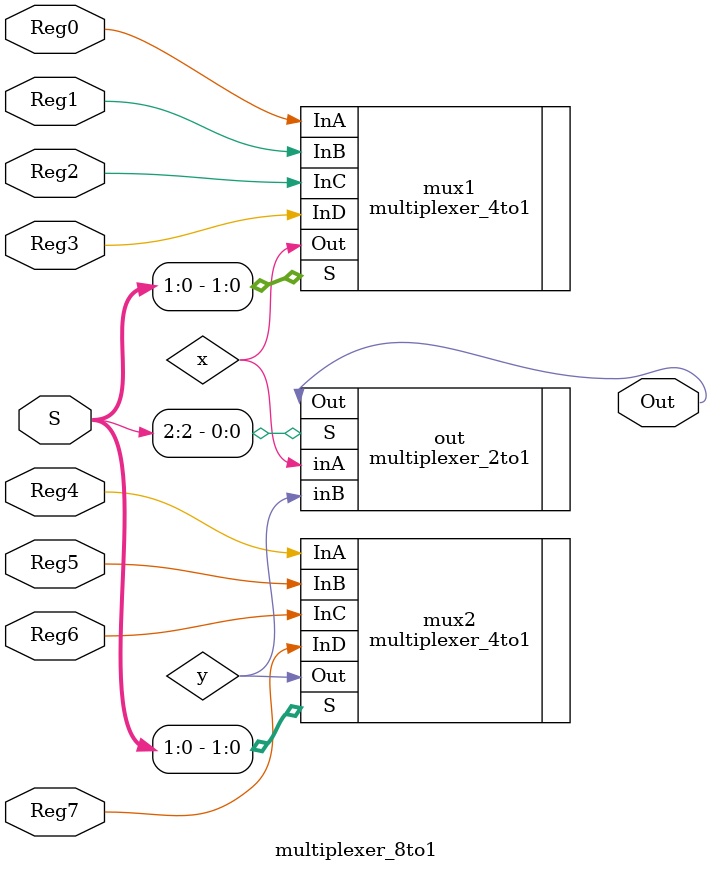
<source format=v>
module multiplexer_8to1 (Reg0, Reg1, Reg2, Reg3, Reg4, Reg5, Reg6, Reg7, S, Out);
	input Reg0, Reg1, Reg2, Reg3, Reg4, Reg5, Reg6, Reg7;
	input [2:0] S;
	output Out;
	wire x, y;


	multiplexer_4to1 mux1(
	.InA    (Reg0), 
	.InB    (Reg1),
	.InC    (Reg2),
	.InD    (Reg3),
	.S      (S[1:0]),
	.Out    (x)
	);
	
    multiplexer_4to1 mux2(
	.InA    (Reg4), 
	.InB    (Reg5),
	.InC    (Reg6),
	.InD    (Reg7),
	.S      (S[1:0]),
	.Out    (y)
	);	

	multiplexer_2to1 out(
	.inA(x), 
	.inB(y), 
	.S(S[2]), 
	.Out(Out)
	);
	
endmodule

</source>
